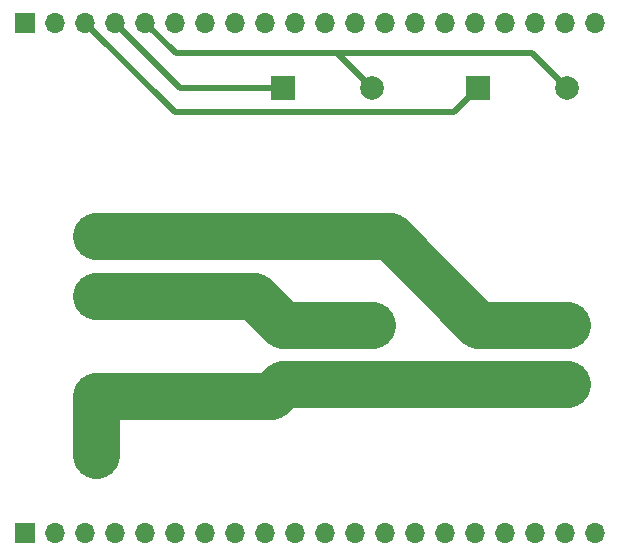
<source format=gbr>
%TF.GenerationSoftware,KiCad,Pcbnew,8.0.8*%
%TF.CreationDate,2025-04-11T16:16:34-04:00*%
%TF.ProjectId,PWM Module 3.0A,50574d20-4d6f-4647-956c-6520332e3041,rev?*%
%TF.SameCoordinates,Original*%
%TF.FileFunction,Copper,L1,Top*%
%TF.FilePolarity,Positive*%
%FSLAX46Y46*%
G04 Gerber Fmt 4.6, Leading zero omitted, Abs format (unit mm)*
G04 Created by KiCad (PCBNEW 8.0.8) date 2025-04-11 16:16:34*
%MOMM*%
%LPD*%
G01*
G04 APERTURE LIST*
%TA.AperFunction,ComponentPad*%
%ADD10R,1.700000X1.700000*%
%TD*%
%TA.AperFunction,ComponentPad*%
%ADD11O,1.700000X1.700000*%
%TD*%
%TA.AperFunction,ComponentPad*%
%ADD12R,2.600000X2.600000*%
%TD*%
%TA.AperFunction,ComponentPad*%
%ADD13C,2.600000*%
%TD*%
%TA.AperFunction,ComponentPad*%
%ADD14C,2.000000*%
%TD*%
%TA.AperFunction,ComponentPad*%
%ADD15R,2.000000X2.000000*%
%TD*%
%TA.AperFunction,Conductor*%
%ADD16C,4.000000*%
%TD*%
%TA.AperFunction,Conductor*%
%ADD17C,0.500000*%
%TD*%
G04 APERTURE END LIST*
D10*
%TO.P,J1,1,1*%
%TO.N,unconnected-(J1-Pad1)*%
X152440000Y-25400000D03*
D11*
%TO.P,J1,2,2*%
%TO.N,unconnected-(J1-Pad2)*%
X154980000Y-25400000D03*
%TO.P,J1,3,3*%
%TO.N,Net-(J1-Pad3)*%
X157520000Y-25400000D03*
%TO.P,J1,4,4*%
%TO.N,Net-(J1-Pad4)*%
X160060000Y-25400000D03*
%TO.P,J1,5,5*%
%TO.N,Net-(J1-Pad5)*%
X162600000Y-25400000D03*
%TO.P,J1,6,6*%
%TO.N,unconnected-(J1-Pad6)*%
X165140000Y-25400000D03*
%TO.P,J1,7,7*%
%TO.N,unconnected-(J1-Pad7)*%
X167680000Y-25400000D03*
%TO.P,J1,8,8*%
%TO.N,unconnected-(J1-Pad8)*%
X170220000Y-25400000D03*
%TO.P,J1,9,9*%
%TO.N,unconnected-(J1-Pad9)*%
X172760000Y-25400000D03*
%TO.P,J1,10,10*%
%TO.N,unconnected-(J1-Pad10)*%
X175300000Y-25400000D03*
%TO.P,J1,11,11*%
%TO.N,unconnected-(J1-Pad11)*%
X177840000Y-25400000D03*
%TO.P,J1,12,12*%
%TO.N,unconnected-(J1-Pad12)*%
X180380000Y-25400000D03*
%TO.P,J1,13,13*%
%TO.N,unconnected-(J1-Pad13)*%
X182920000Y-25400000D03*
%TO.P,J1,14,14*%
%TO.N,unconnected-(J1-Pad14)*%
X185460000Y-25400000D03*
%TO.P,J1,15,15*%
%TO.N,unconnected-(J1-Pad15)*%
X188000000Y-25400000D03*
%TO.P,J1,16,16*%
%TO.N,unconnected-(J1-Pad16)*%
X190540000Y-25400000D03*
%TO.P,J1,17,17*%
%TO.N,unconnected-(J1-Pad17)*%
X193080000Y-25400000D03*
%TO.P,J1,18,18*%
%TO.N,unconnected-(J1-Pad18)*%
X195620000Y-25400000D03*
%TO.P,J1,19,19*%
%TO.N,unconnected-(J1-Pad19)*%
X198160000Y-25400000D03*
%TO.P,J1,20,20*%
%TO.N,unconnected-(J1-Pad20)*%
X200700000Y-25400000D03*
%TD*%
D12*
%TO.P,J3,1,Pin_1*%
%TO.N,Net-(J3-Pin_1)*%
X158500000Y-57000000D03*
D13*
%TO.P,J3,2,Pin_2*%
X158500000Y-62000000D03*
%TD*%
D14*
%TO.P,K2,13*%
%TO.N,Net-(J2-Pin_2)*%
X174312500Y-50962500D03*
X181812500Y-50962500D03*
%TO.P,K2,14*%
%TO.N,Net-(J3-Pin_1)*%
X174312500Y-55962500D03*
X181812500Y-55962500D03*
D15*
%TO.P,K2,A1*%
%TO.N,Net-(J1-Pad4)*%
X174312500Y-30962500D03*
D14*
%TO.P,K2,A2*%
%TO.N,Net-(J1-Pad5)*%
X181812500Y-30962500D03*
%TD*%
D10*
%TO.P,J4,1,1*%
%TO.N,unconnected-(J4-Pad1)*%
X152440000Y-68580000D03*
D11*
%TO.P,J4,2,2*%
%TO.N,unconnected-(J4-Pad2)*%
X154980000Y-68580000D03*
%TO.P,J4,3,3*%
%TO.N,unconnected-(J4-Pad3)*%
X157520000Y-68580000D03*
%TO.P,J4,4,4*%
%TO.N,unconnected-(J4-Pad4)*%
X160060000Y-68580000D03*
%TO.P,J4,5,5*%
%TO.N,unconnected-(J4-Pad5)*%
X162600000Y-68580000D03*
%TO.P,J4,6,6*%
%TO.N,unconnected-(J4-Pad6)*%
X165140000Y-68580000D03*
%TO.P,J4,7,7*%
%TO.N,unconnected-(J4-Pad7)*%
X167680000Y-68580000D03*
%TO.P,J4,8,8*%
%TO.N,unconnected-(J4-Pad8)*%
X170220000Y-68580000D03*
%TO.P,J4,9,9*%
%TO.N,unconnected-(J4-Pad9)*%
X172760000Y-68580000D03*
%TO.P,J4,10,10*%
%TO.N,unconnected-(J4-Pad10)*%
X175300000Y-68580000D03*
%TO.P,J4,11,11*%
%TO.N,unconnected-(J4-Pad11)*%
X177840000Y-68580000D03*
%TO.P,J4,12,12*%
%TO.N,unconnected-(J4-Pad12)*%
X180380000Y-68580000D03*
%TO.P,J4,13,13*%
%TO.N,unconnected-(J4-Pad13)*%
X182920000Y-68580000D03*
%TO.P,J4,14,14*%
%TO.N,unconnected-(J4-Pad14)*%
X185460000Y-68580000D03*
%TO.P,J4,15,15*%
%TO.N,unconnected-(J4-Pad15)*%
X188000000Y-68580000D03*
%TO.P,J4,16,16*%
%TO.N,unconnected-(J4-Pad16)*%
X190540000Y-68580000D03*
%TO.P,J4,17,17*%
%TO.N,unconnected-(J4-Pad17)*%
X193080000Y-68580000D03*
%TO.P,J4,18,18*%
%TO.N,unconnected-(J4-Pad18)*%
X195620000Y-68580000D03*
%TO.P,J4,19,19*%
%TO.N,unconnected-(J4-Pad19)*%
X198160000Y-68580000D03*
%TO.P,J4,20,20*%
%TO.N,unconnected-(J4-Pad20)*%
X200700000Y-68580000D03*
%TD*%
D14*
%TO.P,K1,13*%
%TO.N,Net-(J2-Pin_1)*%
X190812500Y-50962500D03*
X198312500Y-50962500D03*
%TO.P,K1,14*%
%TO.N,Net-(J3-Pin_1)*%
X190812500Y-55962500D03*
X198312500Y-55962500D03*
D15*
%TO.P,K1,A1*%
%TO.N,Net-(J1-Pad3)*%
X190812500Y-30962500D03*
D14*
%TO.P,K1,A2*%
%TO.N,Net-(J1-Pad5)*%
X198312500Y-30962500D03*
%TD*%
D12*
%TO.P,J2,1,Pin_1*%
%TO.N,Net-(J2-Pin_1)*%
X158500000Y-43500000D03*
D13*
%TO.P,J2,2,Pin_2*%
%TO.N,Net-(J2-Pin_2)*%
X158500000Y-48500000D03*
%TD*%
D16*
%TO.N,Net-(J2-Pin_2)*%
X158500000Y-48500000D02*
X171850000Y-48500000D01*
X174312500Y-50962500D02*
X181812500Y-50962500D01*
X171850000Y-48500000D02*
X174312500Y-50962500D01*
D17*
%TO.N,Net-(J1-Pad4)*%
X165622500Y-30962500D02*
X160060000Y-25400000D01*
X174312500Y-30962500D02*
X165622500Y-30962500D01*
D16*
%TO.N,Net-(J2-Pin_1)*%
X183350000Y-43500000D02*
X190812500Y-50962500D01*
X158500000Y-43500000D02*
X183350000Y-43500000D01*
X190812500Y-50962500D02*
X198312500Y-50962500D01*
D17*
%TO.N,Net-(J1-Pad3)*%
X188775000Y-33000000D02*
X190812500Y-30962500D01*
X157520000Y-25400000D02*
X165120000Y-33000000D01*
X165120000Y-33000000D02*
X188775000Y-33000000D01*
D16*
%TO.N,Net-(J3-Pin_1)*%
X181812500Y-55962500D02*
X190812500Y-55962500D01*
X173275000Y-57000000D02*
X174312500Y-55962500D01*
X174312500Y-55962500D02*
X181812500Y-55962500D01*
X190812500Y-55962500D02*
X198312500Y-55962500D01*
X158500000Y-57000000D02*
X173275000Y-57000000D01*
X158500000Y-62000000D02*
X158500000Y-57000000D01*
D17*
%TO.N,Net-(J1-Pad5)*%
X162600000Y-25400000D02*
X165200000Y-28000000D01*
X195350000Y-28000000D02*
X198312500Y-30962500D01*
X178850000Y-28000000D02*
X195350000Y-28000000D01*
X178850000Y-28000000D02*
X181812500Y-30962500D01*
X165200000Y-28000000D02*
X178850000Y-28000000D01*
%TD*%
M02*

</source>
